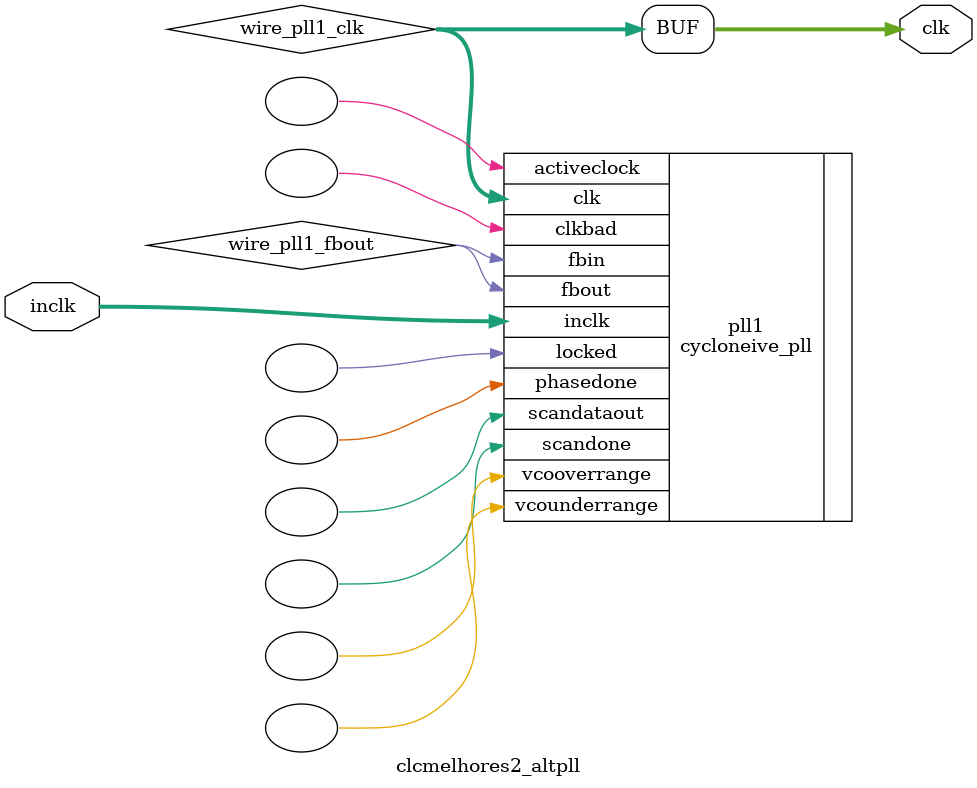
<source format=v>






//synthesis_resources = cycloneive_pll 1 
//synopsys translate_off
`timescale 1 ps / 1 ps
//synopsys translate_on
module  clcmelhores2_altpll
	( 
	clk,
	inclk) /* synthesis synthesis_clearbox=1 */;
	output   [4:0]  clk;
	input   [1:0]  inclk;
`ifndef ALTERA_RESERVED_QIS
// synopsys translate_off
`endif
	tri0   [1:0]  inclk;
`ifndef ALTERA_RESERVED_QIS
// synopsys translate_on
`endif

	wire  [4:0]   wire_pll1_clk;
	wire  wire_pll1_fbout;

	cycloneive_pll   pll1
	( 
	.activeclock(),
	.clk(wire_pll1_clk),
	.clkbad(),
	.fbin(wire_pll1_fbout),
	.fbout(wire_pll1_fbout),
	.inclk(inclk),
	.locked(),
	.phasedone(),
	.scandataout(),
	.scandone(),
	.vcooverrange(),
	.vcounderrange()
	`ifndef FORMAL_VERIFICATION
	// synopsys translate_off
	`endif
	,
	.areset(1'b0),
	.clkswitch(1'b0),
	.configupdate(1'b0),
	.pfdena(1'b1),
	.phasecounterselect({3{1'b0}}),
	.phasestep(1'b0),
	.phaseupdown(1'b0),
	.scanclk(1'b0),
	.scanclkena(1'b1),
	.scandata(1'b0)
	`ifndef FORMAL_VERIFICATION
	// synopsys translate_on
	`endif
	);
	defparam
		pll1.bandwidth_type = "auto",
		pll1.clk0_divide_by = 12,
		pll1.clk0_duty_cycle = 50,
		pll1.clk0_multiply_by = 25,
		pll1.clk0_phase_shift = "0",
		pll1.compensate_clock = "clk0",
		pll1.inclk0_input_frequency = 83333,
		pll1.operation_mode = "normal",
		pll1.pll_type = "auto",
		pll1.lpm_type = "cycloneive_pll";
	assign
		clk = {wire_pll1_clk[4:0]};
endmodule //clcmelhores2_altpll
//VALID FILE

</source>
